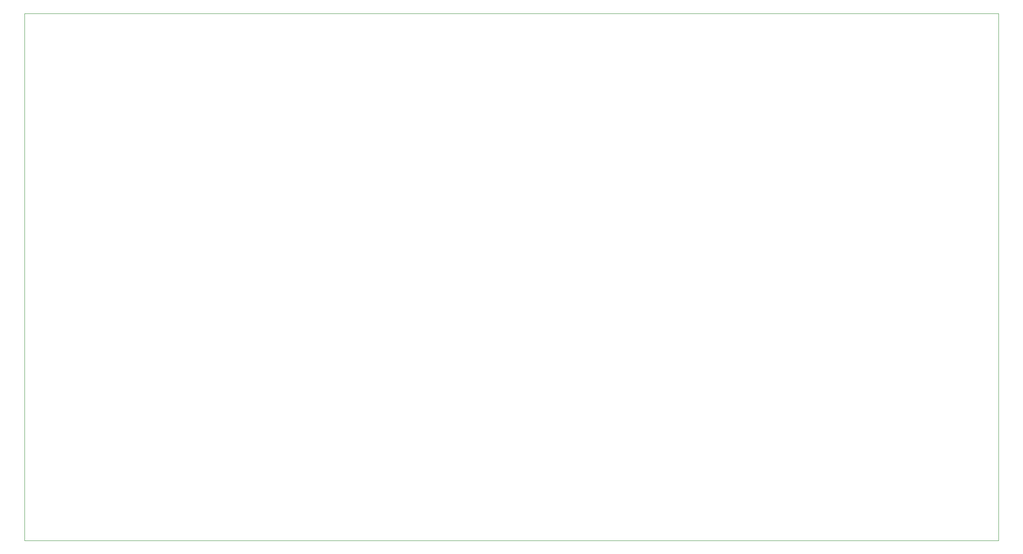
<source format=gbr>
G04 #@! TF.FileFunction,Profile,NP*
%FSLAX46Y46*%
G04 Gerber Fmt 4.6, Leading zero omitted, Abs format (unit mm)*
G04 Created by KiCad (PCBNEW (2015-01-16 BZR 5376)-product) date 4/27/2015 10:46:34 PM*
%MOMM*%
G01*
G04 APERTURE LIST*
%ADD10C,0.100000*%
G04 APERTURE END LIST*
D10*
X248920000Y-17780000D02*
X50800000Y-17780000D01*
X52070000Y-127000000D02*
X50800000Y-127000000D01*
X52070000Y-127000000D02*
X248920000Y-127000000D01*
X46990000Y-17780000D02*
X50800000Y-17780000D01*
X46990000Y-127000000D02*
X46990000Y-17780000D01*
X50800000Y-127000000D02*
X46990000Y-127000000D01*
X248920000Y-127000000D02*
X248920000Y-17780000D01*
M02*

</source>
